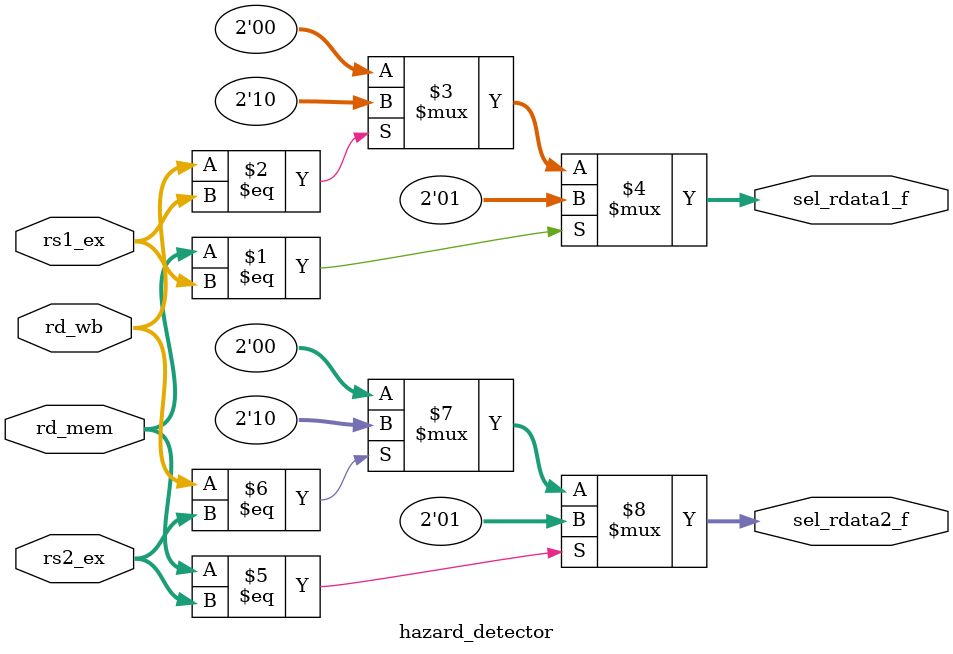
<source format=sv>
module hazard_detector #(
) 
(
    input [4:0] rd_mem,
    input [4:0] rd_wb,
    input [4:0] rs1_ex,
    input [4:0] rs2_ex,
    output [1:0] sel_rdata1_f,
    output [1:0] sel_rdata2_f
);

//// TODO: support stall

assign sel_rdata1_f = (rd_mem == rs1_ex) ? 2'b01 :
                      (rd_wb == rs1_ex)  ? 2'b10 : 2'b00;

assign sel_rdata2_f = (rd_mem == rs2_ex) ? 2'b01 :
                      (rd_wb == rs2_ex)  ? 2'b10 : 2'b00;
    
endmodule
</source>
